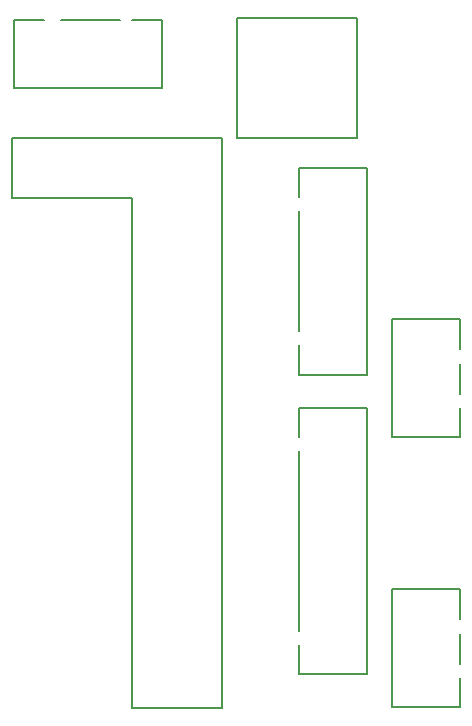
<source format=gbr>
G04 EAGLE Gerber X2 export*
%TF.Part,Single*%
%TF.FileFunction,Legend,Top,1*%
%TF.FilePolarity,Positive*%
%TF.GenerationSoftware,Autodesk,EAGLE,8.6.3*%
%TF.CreationDate,2019-03-16T18:42:50Z*%
G75*
%MOMM*%
%FSLAX34Y34*%
%LPD*%
%AMOC8*
5,1,8,0,0,1.08239X$1,22.5*%
G01*
%ADD10C,0.152400*%
%ADD11C,0.127000*%


D10*
X196850Y488950D02*
X298450Y488950D01*
X298450Y590550D01*
X196850Y590550D01*
X196850Y488950D01*
X184150Y488950D02*
X6350Y488950D01*
X184150Y488950D02*
X184150Y6350D01*
X107950Y6350D01*
X107950Y438150D01*
X6350Y438150D01*
X6350Y488950D01*
D11*
X249550Y313150D02*
X249550Y288150D01*
X307050Y288150D01*
X307050Y463550D01*
X249550Y463550D01*
X249550Y438550D01*
X249550Y427050D02*
X249550Y325450D01*
X32950Y588650D02*
X7950Y588650D01*
X7950Y531150D01*
X132950Y531150D01*
X132950Y588650D01*
X107950Y588650D01*
X97950Y588650D02*
X47950Y588650D01*
X249550Y59150D02*
X249550Y34950D01*
X307050Y34950D01*
X307050Y260350D01*
X249550Y260350D01*
X249550Y235350D01*
X249550Y223850D02*
X249550Y71450D01*
X385450Y81750D02*
X385450Y106750D01*
X327950Y106750D01*
X327950Y6750D01*
X385450Y6750D01*
X385450Y31750D01*
X385450Y43650D02*
X385450Y69050D01*
X385450Y310350D02*
X385450Y335350D01*
X327950Y335350D01*
X327950Y235350D01*
X385450Y235350D01*
X385450Y260350D01*
X385450Y272250D02*
X385450Y297650D01*
M02*

</source>
